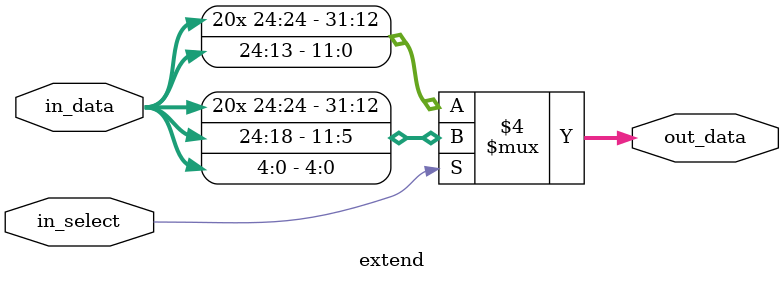
<source format=v>

module extend (
    input [24:0] in_data, // Pass Instr[31:7] always 
    input in_select, // 0 = Instr[31:20], 1 = Instr[31:25] + Instr[11:7]
    output [31:0] out_data
);

always @* begin
    if (in_select == 1)
        out_data = { {20{in_data[24]}}, in_data[24:18], in_data[4:0]};
    else
        out_data = { {20{in_data[24]}}, in_data[24:13]};
end
endmodule
</source>
